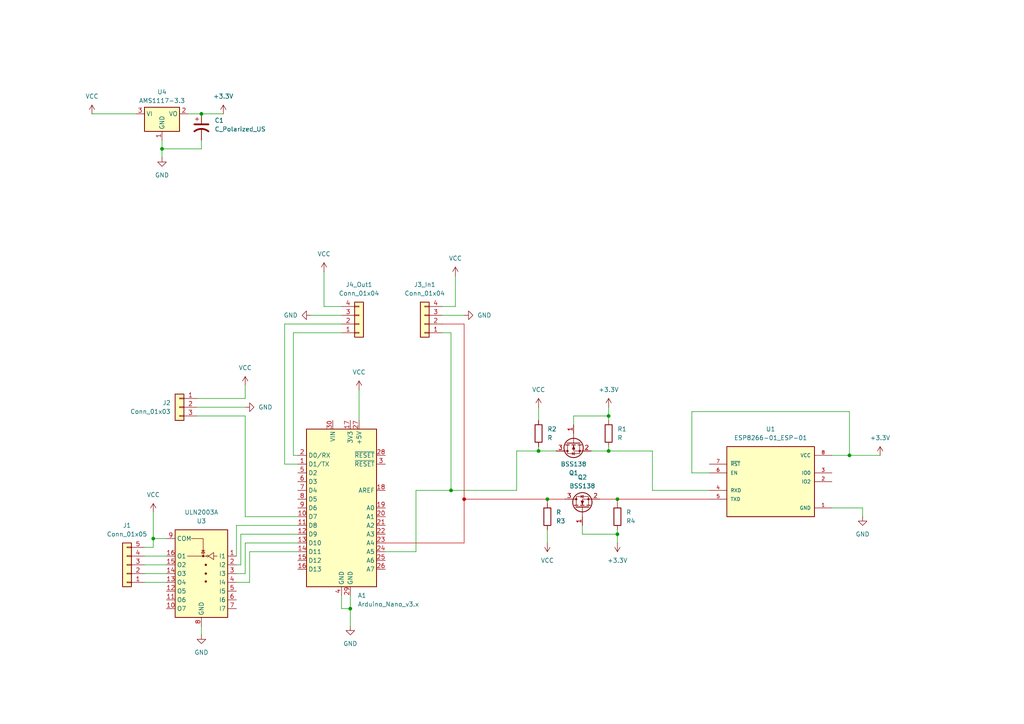
<source format=kicad_sch>
(kicad_sch (version 20250114) (generator "eeschema") (generator_version "9.0")
  (paper "A4")
  (lib_symbols
    (symbol "Connector_Generic:Conn_01x03" (pin_names (offset 1.016) (hide yes))
      (property "Reference" "J" (at 0 5.08 0))
      (property "Value" "Conn_01x03" (at 0 -5.08 0))
      (symbol "Conn_01x03_1_1"
        (rectangle (start -1.27 3.81) (end 1.27 -3.81) (stroke (width 0.254)) (fill (type background)))
        (rectangle (start -1.27 2.667) (end 0 2.413) (stroke (width 0.1524)))
        (rectangle (start -1.27 0.127) (end 0 -0.127) (stroke (width 0.1524)))
        (rectangle (start -1.27 -2.413) (end 0 -2.667) (stroke (width 0.1524)))
        (pin passive line (at -5.08 2.54 0) (length 3.81) (name "Pin_1") (number "1"))
        (pin passive line (at -5.08 0 0) (length 3.81) (name "Pin_2") (number "2"))
        (pin passive line (at -5.08 -2.54 0) (length 3.81) (name "Pin_3") (number "3"))
      )
    )
    (symbol "Connector_Generic:Conn_01x04" (pin_names (offset 1.016) (hide yes))
      (property "Reference" "J" (at 0 5.08 0))
      (property "Value" "Conn_01x04" (at 0 -7.62 0))
      (symbol "Conn_01x04_1_1"
        (rectangle (start -1.27 3.81) (end 1.27 -6.35) (stroke (width 0.254)) (fill (type background)))
        (rectangle (start -1.27 2.667) (end 0 2.413) (stroke (width 0.1524)))
        (rectangle (start -1.27 0.127) (end 0 -0.127) (stroke (width 0.1524)))
        (rectangle (start -1.27 -2.413) (end 0 -2.667) (stroke (width 0.1524)))
        (rectangle (start -1.27 -4.953) (end 0 -5.207) (stroke (width 0.1524)))
        (pin passive line (at -5.08 2.54 0) (length 3.81) (name "Pin_1") (number "1"))
        (pin passive line (at -5.08 0 0) (length 3.81) (name "Pin_2") (number "2"))
        (pin passive line (at -5.08 -2.54 0) (length 3.81) (name "Pin_3") (number "3"))
        (pin passive line (at -5.08 -5.08 0) (length 3.81) (name "Pin_4") (number "4"))
      )
    )
    (symbol "Connector_Generic:Conn_01x05" (pin_names (offset 1.016) (hide yes))
      (property "Reference" "J" (at 0 7.62 0))
      (property "Value" "Conn_01x05" (at 0 -7.62 0))
      (symbol "Conn_01x05_1_1"
        (rectangle (start -1.27 6.35) (end 1.27 -6.35) (stroke (width 0.254)) (fill (type background)))
        (rectangle (start -1.27 5.207) (end 0 4.953) (stroke (width 0.1524)))
        (rectangle (start -1.27 2.667) (end 0 2.413) (stroke (width 0.1524)))
        (rectangle (start -1.27 0.127) (end 0 -0.127) (stroke (width 0.1524)))
        (rectangle (start -1.27 -2.413) (end 0 -2.667) (stroke (width 0.1524)))
        (rectangle (start -1.27 -4.953) (end 0 -5.207) (stroke (width 0.1524)))
        (pin passive line (at -5.08 5.08 0) (length 3.81) (name "Pin_1") (number "1"))
        (pin passive line (at -5.08 2.54 0) (length 3.81) (name "Pin_2") (number "2"))
        (pin passive line (at -5.08 0 0) (length 3.81) (name "Pin_3") (number "3"))
        (pin passive line (at -5.08 -2.54 0) (length 3.81) (name "Pin_4") (number "4"))
        (pin passive line (at -5.08 -5.08 0) (length 3.81) (name "Pin_5") (number "5"))
      )
    )
    (symbol "Device:C_Polarized_US" (pin_numbers (hide yes)) (pin_names (offset 0.254) (hide yes))
      (property "Reference" "C" (at 0.635 2.54 0))
      (property "Value" "C_Polarized_US" (at 0.635 -2.54 0))
      (symbol "C_Polarized_US_0_1"
        (polyline (pts (xy -2.032 0.762) (xy 2.032 0.762)) (stroke (width 0.508)))
        (polyline (pts (xy -1.778 2.286) (xy -0.762 2.286)))
        (polyline (pts (xy -1.27 1.778) (xy -1.27 2.794)))
        (arc (start -2.032 -1.27) (mid 0 -0.5572) (end 2.032 -1.27) (stroke (width 0.508)))
      )
      (symbol "C_Polarized_US_1_1"
        (pin passive line (at 0 3.81 270) (length 2.794) (name "~") (number "1"))
        (pin passive line (at 0 -3.81 90) (length 3.302) (name "~") (number "2"))
      )
    )
    (symbol "Device:R" (pin_numbers (hide yes)) (pin_names (offset 0))
      (property "Reference" "R" (at 2.032 0 90))
      (property "Value" "R" (at 0 0 90))
      (symbol "R_0_1"
        (rectangle (start -1.016 -2.54) (end 1.016 2.54) (stroke (width 0.254)))
      )
      (symbol "R_1_1"
        (pin passive line (at 0 3.81 270) (length 1.27) (name "~") (number "1"))
        (pin passive line (at 0 -3.81 90) (length 1.27) (name "~") (number "2"))
      )
    )
    (symbol "ESP8266-01_ESP-01:ESP8266-01_ESP-01" (pin_names (offset 1.016))
      (property "Reference" "U" (at -12.7094 10.6778 0))
      (property "Value" "ESP8266-01_ESP-01" (at -12.7131 -12.7131 0))
      (symbol "ESP8266-01_ESP-01_0_0"
        (rectangle (start -12.7 -10.16) (end 12.7 10.16) (stroke (width 0.254)) (fill (type background)))
        (pin input line (at -17.78 5.08 0) (length 5.08) (name "~{RST}") (number "7"))
        (pin input line (at -17.78 2.54 0) (length 5.08) (name "EN") (number "6"))
        (pin input line (at -17.78 -2.54 0) (length 5.08) (name "RXD") (number "4"))
        (pin output line (at -17.78 -5.08 0) (length 5.08) (name "TXD") (number "5"))
        (pin power_in line (at 17.78 7.62 180) (length 5.08) (name "VCC") (number "8"))
        (pin bidirectional line (at 17.78 2.54 180) (length 5.08) (name "IO0") (number "3"))
        (pin bidirectional line (at 17.78 0 180) (length 5.08) (name "IO2") (number "2"))
        (pin power_in line (at 17.78 -7.62 180) (length 5.08) (name "GND") (number "1"))
      )
    )
    (symbol "MCU_Module:Arduino_Nano_v3.x"
      (property "Reference" "A" (at -10.16 23.495 0))
      (property "Value" "Arduino_Nano_v3.x" (at 5.08 -24.13 0))
      (symbol "Arduino_Nano_v3.x_0_1"
        (rectangle (start -10.16 22.86) (end 10.16 -22.86) (stroke (width 0.254)) (fill (type background)))
      )
      (symbol "Arduino_Nano_v3.x_1_1"
        (pin bidirectional line (at -12.7 15.24 0) (length 2.54) (name "D0/RX") (number "2"))
        (pin bidirectional line (at -12.7 12.7 0) (length 2.54) (name "D1/TX") (number "1"))
        (pin bidirectional line (at -12.7 10.16 0) (length 2.54) (name "D2") (number "5"))
        (pin bidirectional line (at -12.7 7.62 0) (length 2.54) (name "D3") (number "6"))
        (pin bidirectional line (at -12.7 5.08 0) (length 2.54) (name "D4") (number "7"))
        (pin bidirectional line (at -12.7 2.54 0) (length 2.54) (name "D5") (number "8"))
        (pin bidirectional line (at -12.7 0 0) (length 2.54) (name "D6") (number "9"))
        (pin bidirectional line (at -12.7 -2.54 0) (length 2.54) (name "D7") (number "10"))
        (pin bidirectional line (at -12.7 -5.08 0) (length 2.54) (name "D8") (number "11"))
        (pin bidirectional line (at -12.7 -7.62 0) (length 2.54) (name "D9") (number "12"))
        (pin bidirectional line (at -12.7 -10.16 0) (length 2.54) (name "D10") (number "13"))
        (pin bidirectional line (at -12.7 -12.7 0) (length 2.54) (name "D11") (number "14"))
        (pin bidirectional line (at -12.7 -15.24 0) (length 2.54) (name "D12") (number "15"))
        (pin bidirectional line (at -12.7 -17.78 0) (length 2.54) (name "D13") (number "16"))
        (pin power_in line (at -2.54 25.4 270) (length 2.54) (name "VIN") (number "30"))
        (pin power_in line (at 0 -25.4 90) (length 2.54) (name "GND") (number "4"))
        (pin power_out line (at 2.54 25.4 270) (length 2.54) (name "3V3") (number "17"))
        (pin power_in line (at 2.54 -25.4 90) (length 2.54) (name "GND") (number "29"))
        (pin power_out line (at 5.08 25.4 270) (length 2.54) (name "+5V") (number "27"))
        (pin input line (at 12.7 15.24 180) (length 2.54) (name "~{RESET}") (number "28"))
        (pin input line (at 12.7 12.7 180) (length 2.54) (name "~{RESET}") (number "3"))
        (pin input line (at 12.7 5.08 180) (length 2.54) (name "AREF") (number "18"))
        (pin bidirectional line (at 12.7 0 180) (length 2.54) (name "A0") (number "19"))
        (pin bidirectional line (at 12.7 -2.54 180) (length 2.54) (name "A1") (number "20"))
        (pin bidirectional line (at 12.7 -5.08 180) (length 2.54) (name "A2") (number "21"))
        (pin bidirectional line (at 12.7 -7.62 180) (length 2.54) (name "A3") (number "22"))
        (pin bidirectional line (at 12.7 -10.16 180) (length 2.54) (name "A4") (number "23"))
        (pin bidirectional line (at 12.7 -12.7 180) (length 2.54) (name "A5") (number "24"))
        (pin bidirectional line (at 12.7 -15.24 180) (length 2.54) (name "A6") (number "25"))
        (pin bidirectional line (at 12.7 -17.78 180) (length 2.54) (name "A7") (number "26"))
      )
    )
    (symbol "Regulator_Linear:AMS1117-3.3"
      (property "Reference" "U" (at -3.81 3.175 0))
      (property "Value" "AMS1117-3.3" (at 0 3.175 0))
      (symbol "AMS1117-3.3_0_1"
        (rectangle (start -5.08 -5.08) (end 5.08 1.905) (stroke (width 0.254)) (fill (type background)))
      )
      (symbol "AMS1117-3.3_1_1"
        (pin power_in line (at -7.62 0 0) (length 2.54) (name "VI") (number "3"))
        (pin power_in line (at 0 -7.62 90) (length 2.54) (name "GND") (number "1"))
        (pin power_out line (at 7.62 0 180) (length 2.54) (name "VO") (number "2"))
      )
    )
    (symbol "Transistor_Array:ULN2003A"
      (property "Reference" "U" (at 0 15.875 0))
      (property "Value" "ULN2003A" (at 0 13.97 0))
      (symbol "ULN2003A_0_1"
        (rectangle (start -7.62 -12.7) (end 7.62 12.7) (stroke (width 0.254)) (fill (type background)))
        (polyline (pts (xy -4.572 5.08) (xy -3.556 5.08)))
        (polyline (pts (xy -3.556 6.096) (xy -3.556 4.064) (xy -2.032 5.08) (xy -3.556 6.096)))
        (circle (center -1.778 5.08) (radius 0.254))
        (polyline (pts (xy -1.524 5.08) (xy 4.064 5.08)))
        (circle (center -1.27 2.54) (radius 0.254) (fill (type outline)))
        (circle (center -1.27 0) (radius 0.254) (fill (type outline)))
        (circle (center -1.27 -2.286) (radius 0.254) (fill (type outline)))
        (circle (center -0.508 5.08) (radius 0.254) (fill (type outline)))
        (polyline (pts (xy -0.508 5.08) (xy -0.508 10.16) (xy 2.921 10.16)))
        (polyline (pts (xy 0 6.731) (xy -1.016 6.731)))
        (polyline (pts (xy 0 5.969) (xy -1.016 5.969) (xy -0.508 6.731) (xy 0 5.969)))
      )
      (symbol "ULN2003A_1_1"
        (pin input line (at -10.16 5.08 0) (length 2.54) (name "I1") (number "1"))
        (pin input line (at -10.16 2.54 0) (length 2.54) (name "I2") (number "2"))
        (pin input line (at -10.16 0 0) (length 2.54) (name "I3") (number "3"))
        (pin input line (at -10.16 -2.54 0) (length 2.54) (name "I4") (number "4"))
        (pin input line (at -10.16 -5.08 0) (length 2.54) (name "I5") (number "5"))
        (pin input line (at -10.16 -7.62 0) (length 2.54) (name "I6") (number "6"))
        (pin input line (at -10.16 -10.16 0) (length 2.54) (name "I7") (number "7"))
        (pin power_in line (at 0 -15.24 90) (length 2.54) (name "GND") (number "8"))
        (pin passive line (at 10.16 10.16 180) (length 2.54) (name "COM") (number "9"))
        (pin open_collector line (at 10.16 5.08 180) (length 2.54) (name "O1") (number "16"))
        (pin open_collector line (at 10.16 2.54 180) (length 2.54) (name "O2") (number "15"))
        (pin open_collector line (at 10.16 0 180) (length 2.54) (name "O3") (number "14"))
        (pin open_collector line (at 10.16 -2.54 180) (length 2.54) (name "O4") (number "13"))
        (pin open_collector line (at 10.16 -5.08 180) (length 2.54) (name "O5") (number "12"))
        (pin open_collector line (at 10.16 -7.62 180) (length 2.54) (name "O6") (number "11"))
        (pin open_collector line (at 10.16 -10.16 180) (length 2.54) (name "O7") (number "10"))
      )
    )
    (symbol "Transistor_FET:BSS138" (pin_names (offset 0) (hide yes))
      (property "Reference" "Q" (at 5.08 1.905 0))
      (property "Value" "BSS138" (at 5.08 0 0))
      (symbol "BSS138_0_1"
        (polyline (pts (xy 0.254 1.905) (xy 0.254 -1.905)) (stroke (width 0.254)))
        (polyline (pts (xy 0.254 0) (xy -2.54 0)))
        (polyline (pts (xy 0.762 2.286) (xy 0.762 1.27)) (stroke (width 0.254)))
        (polyline (pts (xy 0.762 0.508) (xy 0.762 -0.508)) (stroke (width 0.254)))
        (polyline (pts (xy 0.762 -1.27) (xy 0.762 -2.286)) (stroke (width 0.254)))
        (polyline (pts (xy 0.762 -1.778) (xy 3.302 -1.778) (xy 3.302 1.778) (xy 0.762 1.778)))
        (polyline (pts (xy 1.016 0) (xy 2.032 0.381) (xy 2.032 -0.381) (xy 1.016 0)) (fill (type outline)))
        (circle (center 1.651 0) (radius 2.794) (stroke (width 0.254)))
        (polyline (pts (xy 2.54 2.54) (xy 2.54 1.778)))
        (circle (center 2.54 1.778) (radius 0.254) (fill (type outline)))
        (circle (center 2.54 -1.778) (radius 0.254) (fill (type outline)))
        (polyline (pts (xy 2.54 -2.54) (xy 2.54 0) (xy 0.762 0)))
        (polyline (pts (xy 2.921 0.381) (xy 3.683 0.381)))
        (polyline (pts (xy 3.302 0.381) (xy 2.921 -0.254) (xy 3.683 -0.254) (xy 3.302 0.381)))
      )
      (symbol "BSS138_1_1"
        (pin input line (at -5.08 0 0) (length 2.54) (name "G") (number "1"))
        (pin passive line (at 2.54 5.08 270) (length 2.54) (name "D") (number "3"))
        (pin passive line (at 2.54 -5.08 90) (length 2.54) (name "S") (number "2"))
      )
    )
    (symbol "power:+3.3V" (power) (pin_numbers (hide yes)) (pin_names (offset 0) (hide yes))
      (property "Value" "+3.3V" (at 0 3.556 0))
      (symbol "+3.3V_0_1"
        (polyline (pts (xy -0.762 1.27) (xy 0 2.54)))
        (polyline (pts (xy 0 2.54) (xy 0.762 1.27)))
        (polyline (pts (xy 0 0) (xy 0 2.54)))
      )
      (symbol "+3.3V_1_1"
        (pin power_in line (at 0 0 90) (length 0) (name "~") (number "1"))
      )
    )
    (symbol "power:GND" (power) (pin_numbers (hide yes)) (pin_names (offset 0) (hide yes))
      (property "Value" "GND" (at 0 -3.81 0))
      (symbol "GND_0_1"
        (polyline (pts (xy 0 0) (xy 0 -1.27) (xy 1.27 -1.27) (xy 0 -2.54) (xy -1.27 -1.27) (xy 0 -1.27)))
      )
      (symbol "GND_1_1"
        (pin power_in line (at 0 0 270) (length 0) (name "~") (number "1"))
      )
    )
    (symbol "power:VCC" (power) (pin_numbers (hide yes)) (pin_names (offset 0) (hide yes))
      (property "Value" "VCC" (at 0 3.556 0))
      (symbol "VCC_0_1"
        (polyline (pts (xy -0.762 1.27) (xy 0 2.54)))
        (polyline (pts (xy 0 2.54) (xy 0.762 1.27)))
        (polyline (pts (xy 0 0) (xy 0 2.54)))
      )
      (symbol "VCC_1_1"
        (pin power_in line (at 0 0 90) (length 0) (name "~") (number "1"))
      )
    )
  )
  (junction (at 130.81 142.24))
  (junction (at 158.75 144.78))
  (junction (at 46.99 43.18))
  (junction (at 179.07 154.94))
  (junction (at 134.62 144.78) (color 194 0 0 1))
  (junction (at 246.38 132.08))
  (junction (at 101.6 176.53))
  (junction (at 179.07 144.78))
  (junction (at 58.42 33.02))
  (junction (at 176.53 130.81))
  (junction (at 156.21 130.81))
  (junction (at 176.53 120.65))
  (junction (at 44.45 156.21))
  (wire (pts (xy 44.45 158.75) (xy 44.45 156.21)))
  (wire (pts (xy 149.86 130.81) (xy 149.86 142.24)))
  (wire (pts (xy 90.17 91.44) (xy 99.06 91.44)))
  (wire (pts (xy 104.14 113.03) (xy 104.14 121.92)))
  (wire (pts (xy 158.75 157.48) (xy 158.75 153.67)))
  (wire (pts (xy 205.74 137.16) (xy 200.66 137.16)))
  (wire (pts (xy 189.23 130.81) (xy 176.53 130.81)))
  (wire (pts (xy 128.27 91.44) (xy 134.62 91.44)))
  (wire (pts (xy 166.37 120.65) (xy 176.53 120.65)))
  (wire (pts (xy 158.75 144.78) (xy 158.75 146.05)) (stroke (width 0) (color 194 0 0 1)))
  (wire (pts (xy 200.66 137.16) (xy 200.66 119.38)))
  (wire (pts (xy 101.6 172.72) (xy 101.6 176.53)))
  (wire (pts (xy 134.62 144.78) (xy 158.75 144.78)) (stroke (width 0) (color 194 0 0 1)))
  (wire (pts (xy 85.09 132.08) (xy 85.09 96.52)))
  (wire (pts (xy 54.61 33.02) (xy 58.42 33.02)))
  (wire (pts (xy 46.99 43.18) (xy 58.42 43.18)))
  (wire (pts (xy 128.27 93.98) (xy 134.62 93.98)) (stroke (width 0) (color 194 0 0 1)))
  (wire (pts (xy 69.85 154.94) (xy 86.36 154.94)))
  (wire (pts (xy 57.15 115.57) (xy 71.12 115.57)))
  (wire (pts (xy 130.81 142.24) (xy 149.86 142.24)))
  (wire (pts (xy 71.12 120.65) (xy 71.12 149.86)))
  (wire (pts (xy 71.12 157.48) (xy 86.36 157.48)))
  (wire (pts (xy 26.67 33.02) (xy 39.37 33.02)))
  (wire (pts (xy 71.12 149.86) (xy 86.36 149.86)))
  (wire (pts (xy 44.45 156.21) (xy 48.26 156.21)))
  (wire (pts (xy 176.53 129.54) (xy 176.53 130.81)))
  (wire (pts (xy 71.12 115.57) (xy 71.12 111.76)))
  (wire (pts (xy 86.36 132.08) (xy 85.09 132.08)))
  (wire (pts (xy 176.53 118.11) (xy 176.53 120.65)))
  (wire (pts (xy 57.15 120.65) (xy 71.12 120.65)))
  (wire (pts (xy 120.65 142.24) (xy 120.65 160.02)))
  (wire (pts (xy 168.91 152.4) (xy 168.91 154.94)))
  (wire (pts (xy 205.74 142.24) (xy 189.23 142.24)))
  (wire (pts (xy 41.91 163.83) (xy 48.26 163.83)))
  (wire (pts (xy 68.58 152.4) (xy 68.58 161.29)))
  (wire (pts (xy 134.62 144.78) (xy 134.62 157.48)) (stroke (width 0) (color 194 0 0 1)))
  (wire (pts (xy 241.3 147.32) (xy 250.19 147.32)))
  (wire (pts (xy 149.86 130.81) (xy 156.21 130.81)))
  (wire (pts (xy 46.99 40.64) (xy 46.99 43.18)))
  (wire (pts (xy 128.27 96.52) (xy 130.81 96.52)))
  (wire (pts (xy 85.09 96.52) (xy 99.06 96.52)))
  (wire (pts (xy 128.27 88.9) (xy 132.08 88.9)))
  (wire (pts (xy 132.08 88.9) (xy 132.08 80.01)))
  (wire (pts (xy 58.42 33.02) (xy 64.77 33.02)))
  (wire (pts (xy 176.53 130.81) (xy 171.45 130.81)))
  (wire (pts (xy 246.38 132.08) (xy 241.3 132.08)))
  (wire (pts (xy 156.21 129.54) (xy 156.21 130.81)))
  (wire (pts (xy 134.62 93.98) (xy 134.62 144.78)) (stroke (width 0) (color 194 0 0 1)))
  (wire (pts (xy 71.12 157.48) (xy 71.12 166.37)))
  (wire (pts (xy 82.55 93.98) (xy 82.55 134.62)))
  (wire (pts (xy 72.39 168.91) (xy 68.58 168.91)))
  (wire (pts (xy 120.65 142.24) (xy 130.81 142.24)))
  (wire (pts (xy 72.39 160.02) (xy 72.39 168.91)))
  (wire (pts (xy 130.81 96.52) (xy 130.81 142.24)))
  (wire (pts (xy 58.42 40.64) (xy 58.42 43.18)))
  (wire (pts (xy 200.66 119.38) (xy 246.38 119.38)))
  (wire (pts (xy 246.38 119.38) (xy 246.38 132.08)))
  (wire (pts (xy 166.37 123.19) (xy 166.37 120.65)))
  (wire (pts (xy 179.07 157.48) (xy 179.07 154.94)))
  (wire (pts (xy 93.98 88.9) (xy 93.98 78.74)))
  (wire (pts (xy 69.85 163.83) (xy 68.58 163.83)))
  (wire (pts (xy 134.62 157.48) (xy 111.76 157.48)) (stroke (width 0) (color 194 0 0 1)))
  (wire (pts (xy 71.12 166.37) (xy 68.58 166.37)))
  (wire (pts (xy 101.6 176.53) (xy 101.6 181.61)))
  (wire (pts (xy 179.07 154.94) (xy 179.07 153.67)))
  (wire (pts (xy 246.38 132.08) (xy 255.27 132.08)))
  (wire (pts (xy 250.19 147.32) (xy 250.19 149.86)))
  (wire (pts (xy 156.21 118.11) (xy 156.21 121.92)))
  (wire (pts (xy 44.45 156.21) (xy 44.45 148.59)))
  (wire (pts (xy 168.91 154.94) (xy 179.07 154.94)))
  (wire (pts (xy 58.42 181.61) (xy 58.42 184.15)))
  (wire (pts (xy 99.06 176.53) (xy 101.6 176.53)))
  (wire (pts (xy 176.53 120.65) (xy 176.53 121.92)))
  (wire (pts (xy 179.07 144.78) (xy 179.07 146.05)) (stroke (width 0) (color 194 0 0 1)))
  (wire (pts (xy 158.75 144.78) (xy 163.83 144.78)) (stroke (width 0) (color 194 0 0 1)))
  (wire (pts (xy 120.65 160.02) (xy 111.76 160.02)))
  (wire (pts (xy 99.06 93.98) (xy 82.55 93.98)))
  (wire (pts (xy 46.99 43.18) (xy 46.99 45.72)))
  (wire (pts (xy 57.15 118.11) (xy 71.12 118.11)))
  (wire (pts (xy 189.23 142.24) (xy 189.23 130.81)))
  (wire (pts (xy 68.58 152.4) (xy 86.36 152.4)))
  (wire (pts (xy 41.91 161.29) (xy 48.26 161.29)))
  (wire (pts (xy 72.39 160.02) (xy 86.36 160.02)))
  (wire (pts (xy 69.85 154.94) (xy 69.85 163.83)))
  (wire (pts (xy 99.06 172.72) (xy 99.06 176.53)))
  (wire (pts (xy 41.91 166.37) (xy 48.26 166.37)))
  (wire (pts (xy 82.55 134.62) (xy 86.36 134.62)))
  (wire (pts (xy 173.99 144.78) (xy 179.07 144.78)) (stroke (width 0) (color 194 0 0 1)))
  (wire (pts (xy 156.21 130.81) (xy 161.29 130.81)))
  (wire (pts (xy 179.07 144.78) (xy 205.74 144.78)) (stroke (width 0) (color 194 0 0 1)))
  (wire (pts (xy 41.91 158.75) (xy 44.45 158.75)))
  (wire (pts (xy 99.06 88.9) (xy 93.98 88.9)))
  (wire (pts (xy 41.91 168.91) (xy 48.26 168.91)))
  (symbol (lib_id "Device:R") (at 176.53 125.73 0) (unit 1)
    (property "Reference" "R1" (at 179.07 124.4599 0) (effects (justify left)))
    (property "Value" "R" (at 179.07 126.9999 0) (effects (justify left)))
    (property "Footprint" "Resistor_THT:R_Axial_DIN0204_L3.6mm_D1.6mm_P1.90mm_Vertical" (effects (hide yes)))
    (property "Description" "Resistor" (effects (hide yes)))
  )
  (symbol (lib_id "power:GND") (at 58.42 184.15 0) (mirror y) (unit 1)
    (property "Reference" "#PWR010" (effects (hide yes)))
    (property "Value" "GND" (at 58.42 189.23 0))
    (property "Description" "Power symbol creates a global label with name \"GND\" , ground" (effects (hide yes)))
  )
  (symbol (lib_id "power:GND") (at 46.99 45.72 0) (unit 1)
    (property "Reference" "#PWR04" (effects (hide yes)))
    (property "Value" "GND" (at 46.99 50.8 0))
    (property "Description" "Power symbol creates a global label with name \"GND\" , ground" (effects (hide yes)))
  )
  (symbol (lib_id "Connector_Generic:Conn_01x03") (at 52.07 118.11 0) (mirror y) (unit 1)
    (property "Reference" "J2" (at 49.53 116.8399 0) (effects (justify left)))
    (property "Value" "Conn_01x03" (at 49.53 119.3799 0) (effects (justify left)))
    (property "Footprint" "Connector_JST:JST_XH_B3B-XH-AM_1x03_P2.50mm_Vertical" (effects (hide yes)))
    (property "Description" "Generic connector, single row, 01x03, script generated (kicad-library-utils/schlib/autogen/connector/)" (effects (hide yes)))
  )
  (symbol (lib_id "power:VCC") (at 132.08 80.01 0) (unit 1)
    (property "Reference" "#PWR017" (effects (hide yes)))
    (property "Value" "VCC" (at 132.08 74.93 0))
    (property "Description" "Power symbol creates a global label with name \"VCC\"" (effects (hide yes)))
  )
  (symbol (lib_id "power:GND") (at 101.6 181.61 0) (unit 1)
    (property "Reference" "#PWR08" (effects (hide yes)))
    (property "Value" "GND" (at 101.6 186.69 0))
    (property "Description" "Power symbol creates a global label with name \"GND\" , ground" (effects (hide yes)))
  )
  (symbol (lib_id "power:VCC") (at 93.98 78.74 0) (unit 1)
    (property "Reference" "#PWR01" (effects (hide yes)))
    (property "Value" "VCC" (at 93.98 73.66 0))
    (property "Description" "Power symbol creates a global label with name \"VCC\"" (effects (hide yes)))
  )
  (symbol (lib_id "power:GND") (at 71.12 118.11 90) (unit 1)
    (property "Reference" "#PWR013" (effects (hide yes)))
    (property "Value" "GND" (at 74.93 118.1099 90) (effects (justify right)))
    (property "Description" "Power symbol creates a global label with name \"GND\" , ground" (effects (hide yes)))
  )
  (symbol (lib_id "Transistor_Array:ULN2003A") (at 58.42 166.37 0) (mirror y) (unit 1)
    (property "Reference" "U3" (at 58.42 151.13 0))
    (property "Value" "ULN2003A" (at 58.42 148.59 0))
    (property "Footprint" "Package_DIP:DIP-16_W7.62mm" (effects (hide yes)))
    (property "Datasheet" "http://www.ti.com/lit/ds/symlink/uln2003a.pdf" (effects (hide yes)))
    (property "Description" "High Voltage, High Current Darlington Transistor Arrays, SOIC16/SOIC16W/DIP16/TSSOP16" (effects (hide yes)))
  )
  (symbol (lib_id "Device:R") (at 158.75 149.86 0) (mirror x) (unit 1)
    (property "Reference" "R3" (at 161.29 151.1301 0) (effects (justify left)))
    (property "Value" "R" (at 161.29 148.5901 0) (effects (justify left)))
    (property "Footprint" "Resistor_THT:R_Axial_DIN0204_L3.6mm_D1.6mm_P1.90mm_Vertical" (effects (hide yes)))
    (property "Description" "Resistor" (effects (hide yes)))
  )
  (symbol (lib_id "Device:R") (at 156.21 125.73 0) (unit 1)
    (property "Reference" "R2" (at 158.75 124.4599 0) (effects (justify left)))
    (property "Value" "R" (at 158.75 126.9999 0) (effects (justify left)))
    (property "Footprint" "Resistor_THT:R_Axial_DIN0204_L3.6mm_D1.6mm_P1.90mm_Vertical" (effects (hide yes)))
    (property "Description" "Resistor" (effects (hide yes)))
  )
  (symbol (lib_id "power:VCC") (at 156.21 118.11 0) (unit 1)
    (property "Reference" "#PWR07" (effects (hide yes)))
    (property "Value" "VCC" (at 156.21 113.03 0))
    (property "Description" "Power symbol creates a global label with name \"VCC\"" (effects (hide yes)))
  )
  (symbol (lib_id "power:VCC") (at 104.14 113.03 0) (unit 1)
    (property "Reference" "#PWR05" (effects (hide yes)))
    (property "Value" "VCC" (at 104.14 107.95 0))
    (property "Description" "Power symbol creates a global label with name \"VCC\"" (effects (hide yes)))
  )
  (symbol (lib_id "power:GND") (at 90.17 91.44 270) (mirror x) (unit 1)
    (property "Reference" "#PWR02" (effects (hide yes)))
    (property "Value" "GND" (at 86.36 91.4399 90) (effects (justify right)))
    (property "Description" "Power symbol creates a global label with name \"GND\" , ground" (effects (hide yes)))
  )
  (symbol (lib_id "Connector_Generic:Conn_01x05") (at 36.83 163.83 180) (unit 1)
    (property "Reference" "J1" (at 36.83 152.4 0))
    (property "Value" "Conn_01x05" (at 36.83 154.94 0))
    (property "Footprint" "Connector_JST:JST_XH_B5B-XH-AM_1x05_P2.50mm_Vertical" (effects (hide yes)))
    (property "Description" "Generic connector, single row, 01x05, script generated (kicad-library-utils/schlib/autogen/connector/)" (effects (hide yes)))
  )
  (symbol (lib_id "Device:R") (at 179.07 149.86 0) (mirror x) (unit 1)
    (property "Reference" "R4" (at 181.61 151.1301 0) (effects (justify left)))
    (property "Value" "R" (at 181.61 148.5901 0) (effects (justify left)))
    (property "Footprint" "Resistor_THT:R_Axial_DIN0204_L3.6mm_D1.6mm_P1.90mm_Vertical" (effects (hide yes)))
    (property "Description" "Resistor" (effects (hide yes)))
  )
  (symbol (lib_id "Connector_Generic:Conn_01x04") (at 123.19 93.98 180) (unit 1)
    (property "Reference" "J3_In1" (at 123.19 82.55 0))
    (property "Value" "Conn_01x04" (at 123.19 85.09 0))
    (property "Footprint" "Connector_JST:JST_XH_B4B-XH-AM_1x04_P2.50mm_Vertical" (effects (hide yes)))
    (property "Description" "Generic connector, single row, 01x04, script generated (kicad-library-utils/schlib/autogen/connector/)" (effects (hide yes)))
  )
  (symbol (lib_id "MCU_Module:Arduino_Nano_v3.x") (at 99.06 147.32 0) (unit 1)
    (property "Reference" "A1" (at 103.7433 172.72 0) (effects (justify left)))
    (property "Value" "Arduino_Nano_v3.x" (at 103.7433 175.26 0) (effects (justify left)))
    (property "Footprint" "Module:Arduino_Nano" (effects (hide yes)))
    (property "Datasheet" "http://www.mouser.com/pdfdocs/Gravitech_Arduino_Nano3_0.pdf" (effects (hide yes)))
    (property "Description" "Arduino Nano v3.x" (effects (hide yes)))
  )
  (symbol (lib_id "power:VCC") (at 26.67 33.02 0) (unit 1)
    (property "Reference" "#PWR03" (effects (hide yes)))
    (property "Value" "VCC" (at 26.67 27.94 0))
    (property "Description" "Power symbol creates a global label with name \"VCC\"" (effects (hide yes)))
  )
  (symbol (lib_id "Connector_Generic:Conn_01x04") (at 104.14 93.98 0) (mirror x) (unit 1)
    (property "Reference" "J4_Out1" (at 104.14 82.55 0))
    (property "Value" "Conn_01x04" (at 104.14 85.09 0))
    (property "Footprint" "Connector_JST:JST_XH_B4B-XH-AM_1x04_P2.50mm_Vertical" (effects (hide yes)))
    (property "Description" "Generic connector, single row, 01x04, script generated (kicad-library-utils/schlib/autogen/connector/)" (effects (hide yes)))
  )
  (symbol (lib_id "Device:C_Polarized_US") (at 58.42 36.83 0) (unit 1)
    (property "Reference" "C1" (at 62.23 34.9249 0) (effects (justify left)))
    (property "Value" "C_Polarized_US" (at 62.23 37.4649 0) (effects (justify left)))
    (property "Footprint" "Capacitor_THT:CP_Radial_D4.0mm_P2.00mm" (effects (hide yes)))
    (property "Description" "Polarized capacitor, US symbol" (effects (hide yes)))
  )
  (symbol (lib_id "power:+3.3V") (at 176.53 118.11 0) (unit 1)
    (property "Reference" "#PWR020" (effects (hide yes)))
    (property "Value" "+3.3V" (at 176.53 113.03 0))
    (property "Description" "Power symbol creates a global label with name \"+3.3V\"" (effects (hide yes)))
  )
  (symbol (lib_id "Transistor_FET:BSS138") (at 168.91 147.32 90) (unit 1)
    (property "Reference" "Q2" (at 168.91 138.43 90))
    (property "Value" "BSS138" (at 168.91 140.97 90))
    (property "Footprint" "Package_TO_SOT_SMD:SOT-23" (effects (hide yes)))
    (property "Datasheet" "https://www.onsemi.com/pub/Collateral/BSS138-D.PDF" (effects (hide yes)))
    (property "Description" "50V Vds, 0.22A Id, N-Channel MOSFET, SOT-23" (effects (hide yes)))
  )
  (symbol (lib_id "power:VCC") (at 158.75 157.48 180) (unit 1)
    (property "Reference" "#PWR09" (effects (hide yes)))
    (property "Value" "VCC" (at 158.75 162.56 0))
    (property "Description" "Power symbol creates a global label with name \"VCC\"" (effects (hide yes)))
  )
  (symbol (lib_id "ESP8266-01_ESP-01:ESP8266-01_ESP-01") (at 223.52 139.7 0) (unit 1)
    (property "Reference" "U1" (at 223.52 124.46 0))
    (property "Value" "ESP8266-01_ESP-01" (at 223.52 127 0))
    (property "Footprint" "RF_Module:ESP-01" (effects (hide yes)))
    (property "MF" "AI-Thinker" (effects (hide yes)))
    (property "MAXIMUM_PACKAGE_HEIGHT" "11.2 mm" (effects (hide yes)))
    (property "Package" "Non-Standard AI-Thinker" (effects (hide yes)))
    (property "Price" "None" (effects (hide yes)))
    (property "Check_prices" "https://www.snapeda.com/parts/ESP8266-01/ESP-01/AI-Thinker/view-part/?ref=eda" (effects (hide yes)))
    (property "STANDARD" "Manufacturer recommendations or IPC 7351B" (effects (hide yes)))
    (property "PARTREV" "V1.2" (effects (hide yes)))
    (property "SnapEDA_Link" "https://www.snapeda.com/parts/ESP8266-01/ESP-01/AI-Thinker/view-part/?ref=snap" (effects (hide yes)))
    (property "MP" "ESP8266-01/ESP-01" (effects (hide yes)))
    (property "Description_1" "MakerFocus 4pcs ESP8266 ESP-01 Serial Wireless WiFi Transceiver Receiver Module 1MB SPI Flash DC3.0-3.6V Internet of Things WiFi Module Board Compatible with Ar duino" (effects (hide yes)))
    (property "Availability" "Not in stock" (effects (hide yes)))
    (property "MANUFACTURER" "AI-Thinker" (effects (hide yes)))
  )
  (symbol (lib_id "power:VCC") (at 71.12 111.76 0) (unit 1)
    (property "Reference" "#PWR06" (effects (hide yes)))
    (property "Value" "VCC" (at 71.12 106.68 0))
    (property "Description" "Power symbol creates a global label with name \"VCC\"" (effects (hide yes)))
  )
  (symbol (lib_id "power:GND") (at 250.19 149.86 0) (unit 1)
    (property "Reference" "#PWR015" (effects (hide yes)))
    (property "Value" "GND" (at 250.19 154.94 0))
    (property "Description" "Power symbol creates a global label with name \"GND\" , ground" (effects (hide yes)))
  )
  (symbol (lib_id "power:+3.3V") (at 255.27 132.08 0) (unit 1)
    (property "Reference" "#PWR019" (effects (hide yes)))
    (property "Value" "+3.3V" (at 255.27 127 0))
    (property "Description" "Power symbol creates a global label with name \"+3.3V\"" (effects (hide yes)))
  )
  (symbol (lib_id "power:+3.3V") (at 64.77 33.02 0) (unit 1)
    (property "Reference" "#PWR016" (effects (hide yes)))
    (property "Value" "+3.3V" (at 64.77 27.94 0))
    (property "Description" "Power symbol creates a global label with name \"+3.3V\"" (effects (hide yes)))
  )
  (symbol (lib_id "power:GND") (at 134.62 91.44 90) (unit 1)
    (property "Reference" "#PWR018" (effects (hide yes)))
    (property "Value" "GND" (at 138.43 91.4399 90) (effects (justify right)))
    (property "Description" "Power symbol creates a global label with name \"GND\" , ground" (effects (hide yes)))
  )
  (symbol (lib_id "power:+3.3V") (at 179.07 157.48 0) (mirror x) (unit 1)
    (property "Reference" "#PWR023" (effects (hide yes)))
    (property "Value" "+3.3V" (at 179.07 162.56 0))
    (property "Description" "Power symbol creates a global label with name \"+3.3V\"" (effects (hide yes)))
  )
  (symbol (lib_id "power:VCC") (at 44.45 148.59 0) (unit 1)
    (property "Reference" "#PWR012" (effects (hide yes)))
    (property "Value" "VCC" (at 44.45 143.51 0))
    (property "Description" "Power symbol creates a global label with name \"VCC\"" (effects (hide yes)))
  )
  (symbol (lib_id "Transistor_FET:BSS138") (at 166.37 128.27 90) (mirror x) (unit 1)
    (property "Reference" "Q1" (at 166.37 137.16 90))
    (property "Value" "BSS138" (at 166.37 134.62 90))
    (property "Footprint" "Package_TO_SOT_SMD:SOT-23" (effects (hide yes)))
    (property "Datasheet" "https://www.onsemi.com/pub/Collateral/BSS138-D.PDF" (effects (hide yes)))
    (property "Description" "50V Vds, 0.22A Id, N-Channel MOSFET, SOT-23" (effects (hide yes)))
  )
  (symbol (lib_id "Regulator_Linear:AMS1117-3.3") (at 46.99 33.02 0) (unit 1)
    (property "Reference" "U4" (at 46.99 26.67 0))
    (property "Value" "AMS1117-3.3" (at 46.99 29.21 0))
    (property "Footprint" "Package_TO_SOT_SMD:SOT-223-3_TabPin2" (effects (hide yes)))
    (property "Datasheet" "http://www.advanced-monolithic.com/pdf/ds1117.pdf" (effects (hide yes)))
    (property "Description" "1A Low Dropout regulator, positive, 3.3V fixed output, SOT-223" (effects (hide yes)))
  )
)
</source>
